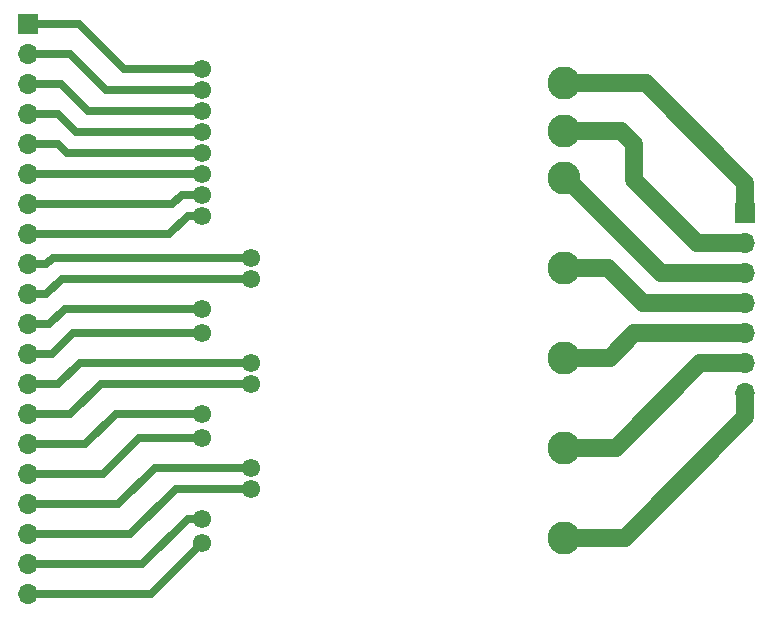
<source format=gbr>
G04 #@! TF.FileFunction,Copper,L2,Bot,Signal*
%FSLAX46Y46*%
G04 Gerber Fmt 4.6, Leading zero omitted, Abs format (unit mm)*
G04 Created by KiCad (PCBNEW 4.0.5) date 09/14/17 13:27:59*
%MOMM*%
%LPD*%
G01*
G04 APERTURE LIST*
%ADD10C,0.100000*%
%ADD11R,1.700000X1.700000*%
%ADD12O,1.700000X1.700000*%
%ADD13O,1.600000X1.500000*%
%ADD14C,2.800000*%
%ADD15C,0.700000*%
%ADD16C,1.500000*%
G04 APERTURE END LIST*
D10*
D11*
X158369000Y-99695000D03*
D12*
X158369000Y-102235000D03*
X158369000Y-104775000D03*
X158369000Y-107315000D03*
X158369000Y-109855000D03*
X158369000Y-112395000D03*
X158369000Y-114935000D03*
X158369000Y-117475000D03*
X158369000Y-120015000D03*
X158369000Y-122555000D03*
X158369000Y-125095000D03*
X158369000Y-127635000D03*
X158369000Y-130175000D03*
X158369000Y-132715000D03*
X158369000Y-135255000D03*
X158369000Y-137795000D03*
X158369000Y-140335000D03*
X158369000Y-142875000D03*
X158369000Y-145415000D03*
X158369000Y-147955000D03*
D11*
X219075000Y-115697000D03*
D12*
X219075000Y-118237000D03*
X219075000Y-120777000D03*
X219075000Y-123317000D03*
X219075000Y-125857000D03*
X219075000Y-128397000D03*
X219075000Y-130937000D03*
D13*
X173101000Y-103496000D03*
X173101000Y-105274000D03*
X173101000Y-107052000D03*
X173101000Y-108830000D03*
X173101000Y-110608000D03*
X173101000Y-112386000D03*
X173101000Y-114164000D03*
X177201000Y-128388000D03*
X173101000Y-125857000D03*
X173101000Y-123807000D03*
X177201000Y-121276000D03*
X177201000Y-119498000D03*
X173101000Y-115942000D03*
X177201000Y-130166000D03*
X173101000Y-132697000D03*
X173101000Y-134747000D03*
X177201000Y-137278000D03*
X177201000Y-139056000D03*
X173101000Y-141587000D03*
X173101000Y-143637000D03*
D14*
X203701000Y-104703000D03*
X203701000Y-108703000D03*
X203701000Y-112703000D03*
X203701000Y-120323000D03*
X203701000Y-127943000D03*
X203701000Y-135563000D03*
X203701000Y-143183000D03*
D15*
X173101000Y-103496000D02*
X166488000Y-103496000D01*
X162687000Y-99695000D02*
X158369000Y-99695000D01*
X166488000Y-103496000D02*
X162687000Y-99695000D01*
X173101000Y-105274000D02*
X164964000Y-105274000D01*
X161925000Y-102235000D02*
X158369000Y-102235000D01*
X164964000Y-105274000D02*
X161925000Y-102235000D01*
X173101000Y-107052000D02*
X163440000Y-107052000D01*
X161163000Y-104775000D02*
X158369000Y-104775000D01*
X163440000Y-107052000D02*
X161163000Y-104775000D01*
X173101000Y-108830000D02*
X162424000Y-108830000D01*
X160909000Y-107315000D02*
X158369000Y-107315000D01*
X162424000Y-108830000D02*
X160909000Y-107315000D01*
X173101000Y-110608000D02*
X161662000Y-110608000D01*
X160909000Y-109855000D02*
X158369000Y-109855000D01*
X161662000Y-110608000D02*
X160909000Y-109855000D01*
X173101000Y-112386000D02*
X158378000Y-112386000D01*
X158378000Y-112386000D02*
X158369000Y-112395000D01*
X173101000Y-114164000D02*
X171332000Y-114164000D01*
X170561000Y-114935000D02*
X158369000Y-114935000D01*
X171332000Y-114164000D02*
X170561000Y-114935000D01*
X173101000Y-115942000D02*
X171840000Y-115942000D01*
X170307000Y-117475000D02*
X158369000Y-117475000D01*
X171840000Y-115942000D02*
X170307000Y-117475000D01*
X177201000Y-119498000D02*
X160410000Y-119498000D01*
X159893000Y-120015000D02*
X158369000Y-120015000D01*
X160410000Y-119498000D02*
X159893000Y-120015000D01*
X177201000Y-121276000D02*
X161172000Y-121276000D01*
X159893000Y-122555000D02*
X158369000Y-122555000D01*
X161172000Y-121276000D02*
X159893000Y-122555000D01*
X173101000Y-123807000D02*
X161435000Y-123807000D01*
X160147000Y-125095000D02*
X158369000Y-125095000D01*
X161435000Y-123807000D02*
X160147000Y-125095000D01*
X173101000Y-125857000D02*
X162179000Y-125857000D01*
X160401000Y-127635000D02*
X158369000Y-127635000D01*
X162179000Y-125857000D02*
X160401000Y-127635000D01*
X177201000Y-128388000D02*
X162696000Y-128388000D01*
X160909000Y-130175000D02*
X158369000Y-130175000D01*
X162696000Y-128388000D02*
X160909000Y-130175000D01*
X177201000Y-130166000D02*
X164474000Y-130166000D01*
X161925000Y-132715000D02*
X158369000Y-132715000D01*
X164474000Y-130166000D02*
X161925000Y-132715000D01*
X173101000Y-132697000D02*
X165753000Y-132697000D01*
X163195000Y-135255000D02*
X158369000Y-135255000D01*
X165753000Y-132697000D02*
X163195000Y-135255000D01*
X173101000Y-134747000D02*
X167767000Y-134747000D01*
X164719000Y-137795000D02*
X158369000Y-137795000D01*
X167767000Y-134747000D02*
X164719000Y-137795000D01*
X177201000Y-137278000D02*
X169046000Y-137278000D01*
X165989000Y-140335000D02*
X158369000Y-140335000D01*
X169046000Y-137278000D02*
X165989000Y-140335000D01*
X177201000Y-139056000D02*
X170824000Y-139056000D01*
X167005000Y-142875000D02*
X158369000Y-142875000D01*
X170824000Y-139056000D02*
X167005000Y-142875000D01*
X173101000Y-141587000D02*
X171849000Y-141587000D01*
X168021000Y-145415000D02*
X158369000Y-145415000D01*
X171849000Y-141587000D02*
X168021000Y-145415000D01*
X173101000Y-143637000D02*
X168783000Y-147955000D01*
X168783000Y-147955000D02*
X158369000Y-147955000D01*
D16*
X219075000Y-115697000D02*
X219075000Y-113157000D01*
X210621000Y-104703000D02*
X203701000Y-104703000D01*
X219075000Y-113157000D02*
X210621000Y-104703000D01*
X219075000Y-118237000D02*
X215011000Y-118237000D01*
X208525000Y-108703000D02*
X203701000Y-108703000D01*
X209677000Y-109855000D02*
X208525000Y-108703000D01*
X209677000Y-112903000D02*
X209677000Y-109855000D01*
X215011000Y-118237000D02*
X209677000Y-112903000D01*
X219075000Y-120777000D02*
X211963000Y-120777000D01*
X211963000Y-120777000D02*
X203889000Y-112703000D01*
X203889000Y-112703000D02*
X203701000Y-112703000D01*
X219075000Y-123317000D02*
X210439000Y-123317000D01*
X207445000Y-120323000D02*
X203701000Y-120323000D01*
X210439000Y-123317000D02*
X207445000Y-120323000D01*
X219075000Y-125857000D02*
X209677000Y-125857000D01*
X207591000Y-127943000D02*
X203701000Y-127943000D01*
X209677000Y-125857000D02*
X207591000Y-127943000D01*
X219075000Y-128397000D02*
X215265000Y-128397000D01*
X208099000Y-135563000D02*
X203701000Y-135563000D01*
X215265000Y-128397000D02*
X208099000Y-135563000D01*
X219075000Y-130937000D02*
X219075000Y-132969000D01*
X208861000Y-143183000D02*
X203701000Y-143183000D01*
X219075000Y-132969000D02*
X208861000Y-143183000D01*
M02*

</source>
